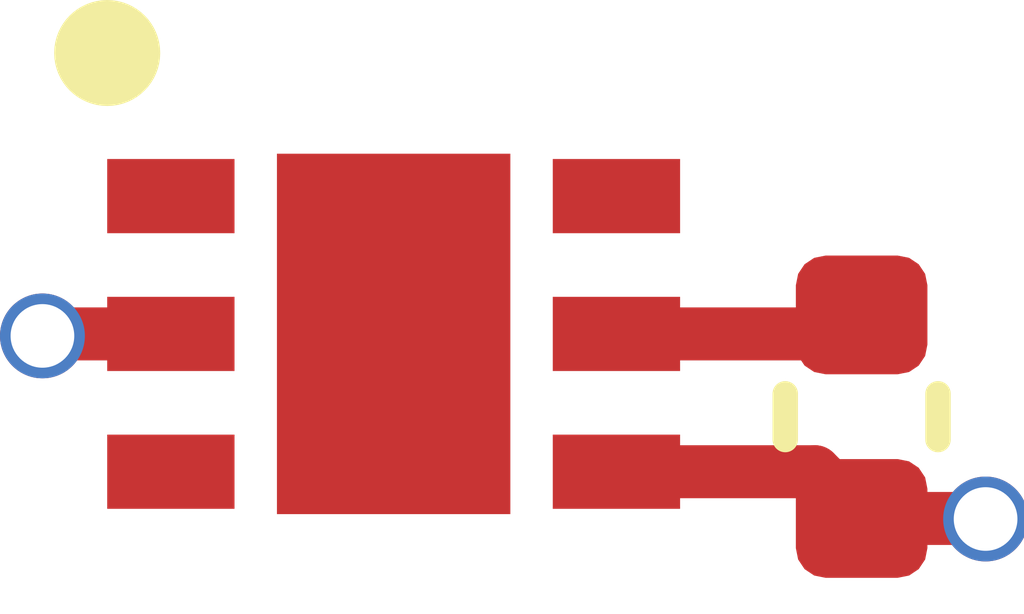
<source format=kicad_pcb>
(kicad_pcb (version 20240108) (generator "pcbnew") (generator_version "8.0")
  (layers (0 "F.Cu" signal) (1 "In1.Cu" power) (2 "In2.Cu" mixed) (31 "B.Cu" signal) (34 "B.Paste" user) (35 "F.Paste" user) (36 "B.SilkS" user "B.Silkscreen") (37 "F.SilkS" user "F.Silkscreen") (38 "B.Mask" user) (39 "F.Mask" user) (44 "Edge.Cuts" user))
  (net 0 "")
  (net 1 "ep")
  (net 2 "sda")
  (net 3 "gnd")
  (net 4 "scl")
  (net 5 "io")
  (net 6 "vcc")
  (footprint "lib:SON65P200X200X80-7N" (layer "F.Cu") (at 149.7118 96.7392)
    (property "Reference" "U1" (hide yes))
    (property "Value" "?" (hide yes))
    (fp_circle (center -1.35 -1.325) (end -1.35 -1.2) (stroke (width 0.25)) (fill none) (layer "F.SilkS"))
    (pad "1" smd rect (at -1.05 -0.65 90) (size 0.35 0.6) (layers "F.Cu" "F.Paste" "F.Mask") (net 4 "scl"))
    (pad "2" smd rect (at -1.05 0 90) (size 0.35 0.6) (layers "F.Cu" "F.Paste" "F.Mask") (net 3 "gnd"))
    (pad "3" smd rect (at -1.05 0.65 90) (size 0.35 0.6) (layers "F.Cu" "F.Paste" "F.Mask") (net 5 "io"))
    (pad "4" smd rect (at 1.05 0.65 90) (size 0.35 0.6) (layers "F.Cu" "F.Paste" "F.Mask") (net 3 "gnd"))
    (pad "5" smd rect (at 1.05 0 90) (size 0.35 0.6) (layers "F.Cu" "F.Paste" "F.Mask") (net 6 "vcc"))
    (pad "6" smd rect (at 1.05 -0.65 90) (size 0.35 0.6) (layers "F.Cu" "F.Paste" "F.Mask") (net 2 "sda"))
    (pad "7" smd rect (at 0 0) (size 1.1 1.7) (layers "F.Cu" "F.Paste" "F.Mask") (net 1 "ep"))
  )
  (footprint "lib:C0402" (layer "F.Cu") (at 151.9174 97.1296 -90)
    (property "Reference" "C1" (hide yes))
    (property "Value" "16V 100nF X7R ±10% 0402  Multilayer Ceramic Capacitors MLCC - SMD/SMT ROHS" (hide yes))
    (fp_line (start -0.107836 0.36) (end 0.107836 0.36) (stroke (width 0.12)) (layer "F.SilkS"))
    (fp_line (start -0.107836 -0.36) (end 0.107836 -0.36) (stroke (width 0.12)) (layer "F.SilkS"))
    (pad "1" smd roundrect (at -0.48 0 270) (size 0.56 0.62) (layers "F.Cu" "F.Paste" "F.Mask") (net 6 "vcc"))
    (pad "2" smd roundrect (at 0.48 0 270) (size 0.56 0.62) (layers "F.Cu" "F.Paste" "F.Mask") (net 3 "gnd"))
  )
  (segment (start 152.499 97.6096) (end 152.5016 97.6122) (width 0.25) (layer "F.Cu") (net 3))
  (segment (start 151.9174 97.6096) (end 152.499 97.6096) (width 0.25) (layer "F.Cu") (net 3))
  (segment (start 148.6618 96.7392) (end 148.066 96.7392) (width 0.25) (layer "F.Cu") (net 3))
  (segment (start 151.697 97.3892) (end 151.9174 97.6096) (width 0.25) (layer "F.Cu") (net 3))
  (segment (start 148.066 96.7392) (end 148.0566 96.7486) (width 0.25) (layer "F.Cu") (net 3))
  (segment (start 150.7618 97.3892) (end 151.697 97.3892) (width 0.25) (layer "F.Cu") (net 3))
  (via (at 152.5016 97.6122) (size 0.4) (drill 0.3) (layers "F.Cu" "B.Cu") (net 3))
  (via (at 148.0566 96.7486) (size 0.4) (drill 0.3) (layers "F.Cu" "B.Cu") (net 3))
  (segment (start 150.7618 96.7392) (end 151.8278 96.7392) (width 0.25) (layer "F.Cu") (net 6))
  (segment (start 151.8278 96.7392) (end 151.9174 96.6496) (width 0.25) (layer "F.Cu") (net 6))
)
</source>
